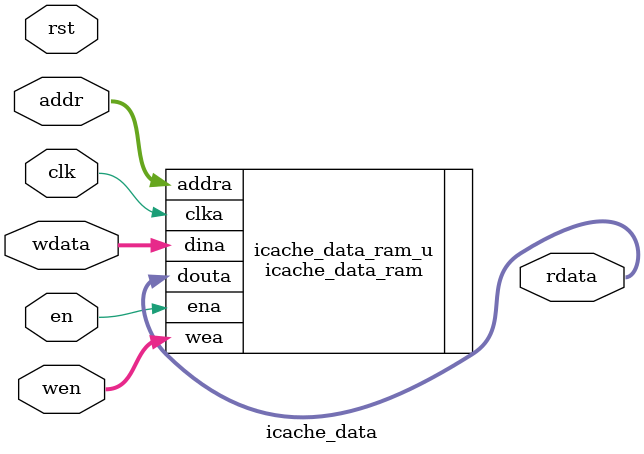
<source format=v>
`timescale 1ns / 1ps
module icache_data
(
    input          clk,
    input          rst,
    input          en,
    input   [31:0] wen,
    input   [31:0] wdata,
    input   [31:0] addr,
    output  [31:0] rdata
);

icache_data_ram icache_data_ram_u
(
    .clka  (clk            ),   
//    .rsta   (rst        ),
    .ena   (en        ),
    .wea   (wen       ),   //3:0 //TBD
    .addra (addr),   //17:0
    .dina  (wdata     ),   //31:0
    .douta (rdata     )    //31:0
);


endmodule
</source>
